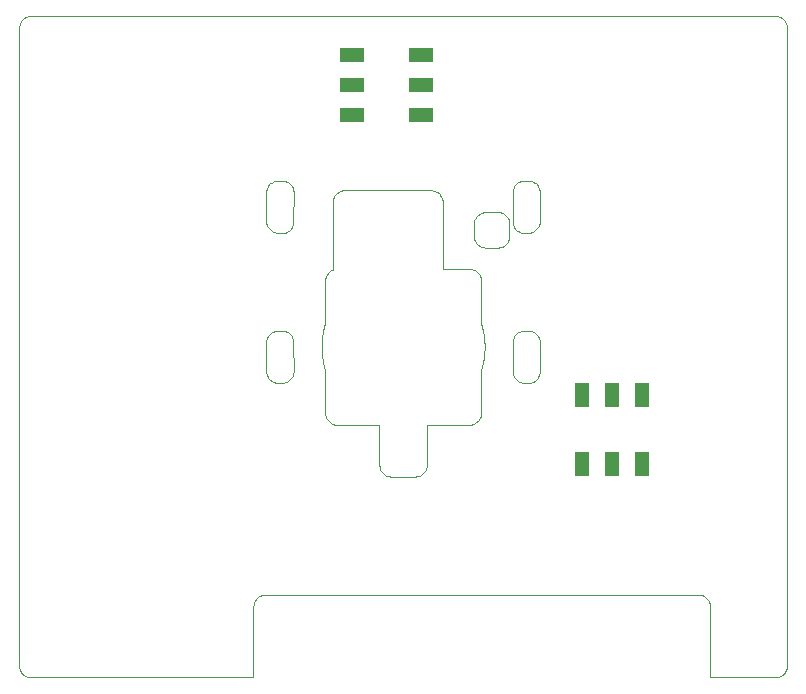
<source format=gbp>
G75*
%MOIN*%
%OFA0B0*%
%FSLAX25Y25*%
%IPPOS*%
%LPD*%
%AMOC8*
5,1,8,0,0,1.08239X$1,22.5*
%
%ADD10C,0.00004*%
%ADD11R,0.05000X0.08000*%
%ADD12R,0.08000X0.05000*%
D10*
X0003842Y0003667D02*
X0004027Y0003504D01*
X0004223Y0003352D01*
X0004428Y0003213D01*
X0004640Y0003087D01*
X0004861Y0002975D01*
X0005088Y0002877D01*
X0005320Y0002793D01*
X0005558Y0002724D01*
X0005799Y0002670D01*
X0006044Y0002631D01*
X0006290Y0002608D01*
X0006537Y0002600D01*
X0080693Y0002600D01*
X0080691Y0026222D01*
X0080696Y0026428D01*
X0080750Y0026906D01*
X0080863Y0027373D01*
X0081031Y0027823D01*
X0081253Y0028250D01*
X0081525Y0028646D01*
X0081844Y0029006D01*
X0082204Y0029324D01*
X0082600Y0029597D01*
X0083026Y0029819D01*
X0083477Y0029987D01*
X0083944Y0030099D01*
X0084422Y0030154D01*
X0228978Y0030159D01*
X0229389Y0030137D01*
X0229863Y0030058D01*
X0230324Y0029922D01*
X0230765Y0029730D01*
X0231180Y0029486D01*
X0231561Y0029193D01*
X0231904Y0028856D01*
X0232203Y0028480D01*
X0232454Y0028070D01*
X0232654Y0027633D01*
X0232798Y0027174D01*
X0232885Y0026702D01*
X0232915Y0026222D01*
X0232915Y0002600D01*
X0254569Y0002600D01*
X0254816Y0002608D01*
X0255062Y0002631D01*
X0255306Y0002670D01*
X0255548Y0002724D01*
X0255785Y0002793D01*
X0256018Y0002877D01*
X0256245Y0002975D01*
X0256465Y0003087D01*
X0256678Y0003213D01*
X0256883Y0003352D01*
X0257078Y0003504D01*
X0257263Y0003667D01*
X0257439Y0003842D01*
X0257602Y0004027D01*
X0257754Y0004223D01*
X0257893Y0004428D01*
X0258019Y0004640D01*
X0258131Y0004861D01*
X0258229Y0005088D01*
X0258313Y0005320D01*
X0258382Y0005558D01*
X0258436Y0005799D01*
X0258474Y0006044D01*
X0258498Y0006290D01*
X0258506Y0006537D01*
X0258506Y0219135D01*
X0258498Y0219383D01*
X0258474Y0219629D01*
X0258436Y0219873D01*
X0258382Y0220115D01*
X0258313Y0220352D01*
X0258229Y0220585D01*
X0258131Y0220812D01*
X0258019Y0221032D01*
X0257893Y0221245D01*
X0257754Y0221450D01*
X0257602Y0221645D01*
X0257439Y0221830D01*
X0257263Y0222006D01*
X0257078Y0222169D01*
X0256883Y0222320D01*
X0256678Y0222459D01*
X0256465Y0222585D01*
X0256245Y0222698D01*
X0256018Y0222796D01*
X0255785Y0222880D01*
X0255548Y0222949D01*
X0255306Y0223003D01*
X0255062Y0223041D01*
X0254816Y0223065D01*
X0254569Y0223072D01*
X0006537Y0223072D01*
X0006290Y0223065D01*
X0006044Y0223041D01*
X0005799Y0223003D01*
X0005558Y0222949D01*
X0005320Y0222880D01*
X0005088Y0222796D01*
X0004861Y0222698D01*
X0004640Y0222585D01*
X0004428Y0222459D01*
X0004223Y0222320D01*
X0004027Y0222169D01*
X0003842Y0222006D01*
X0003667Y0221830D01*
X0003504Y0221645D01*
X0003352Y0221450D01*
X0003213Y0221245D01*
X0003087Y0221032D01*
X0002975Y0220812D01*
X0002877Y0220585D01*
X0002793Y0220352D01*
X0002724Y0220115D01*
X0002670Y0219873D01*
X0002631Y0219629D01*
X0002608Y0219383D01*
X0002600Y0219135D01*
X0002600Y0006537D01*
X0002608Y0006290D01*
X0002631Y0006044D01*
X0002670Y0005799D01*
X0002724Y0005558D01*
X0002793Y0005320D01*
X0002877Y0005088D01*
X0002975Y0004861D01*
X0003087Y0004640D01*
X0003213Y0004428D01*
X0003352Y0004223D01*
X0003504Y0004027D01*
X0003667Y0003842D01*
X0003842Y0003667D01*
X0086336Y0101696D02*
X0085993Y0102033D01*
X0085694Y0102409D01*
X0085443Y0102819D01*
X0085243Y0103256D01*
X0085099Y0103715D01*
X0085011Y0104187D01*
X0084982Y0104667D01*
X0084984Y0114450D01*
X0085030Y0114928D01*
X0085135Y0115398D01*
X0085295Y0115851D01*
X0085509Y0116281D01*
X0085775Y0116682D01*
X0086087Y0117048D01*
X0086441Y0117372D01*
X0086833Y0117651D01*
X0087255Y0117881D01*
X0087702Y0118057D01*
X0088168Y0118177D01*
X0088644Y0118240D01*
X0090100Y0118250D01*
X0090306Y0118244D01*
X0090784Y0118190D01*
X0091251Y0118078D01*
X0091701Y0117909D01*
X0092128Y0117687D01*
X0092524Y0117415D01*
X0092884Y0117096D01*
X0093202Y0116736D01*
X0093475Y0116340D01*
X0093696Y0115914D01*
X0093865Y0115464D01*
X0093977Y0114996D01*
X0094031Y0114519D01*
X0094035Y0104530D01*
X0093989Y0104051D01*
X0093885Y0103582D01*
X0093724Y0103129D01*
X0093509Y0102698D01*
X0093244Y0102298D01*
X0092932Y0101932D01*
X0092578Y0101607D01*
X0092186Y0101328D01*
X0091764Y0101099D01*
X0091317Y0100923D01*
X0090851Y0100802D01*
X0090375Y0100740D01*
X0088919Y0100730D01*
X0088507Y0100752D01*
X0088033Y0100831D01*
X0087572Y0100967D01*
X0087131Y0101159D01*
X0086717Y0101403D01*
X0086336Y0101696D01*
X0104194Y0106264D02*
X0104083Y0106725D01*
X0103981Y0107188D01*
X0103887Y0107653D01*
X0103800Y0108119D01*
X0103722Y0108587D01*
X0103652Y0109056D01*
X0103590Y0109526D01*
X0103536Y0109996D01*
X0103491Y0110469D01*
X0103454Y0110941D01*
X0103425Y0111415D01*
X0103404Y0111888D01*
X0103391Y0112362D01*
X0103387Y0112836D01*
X0103391Y0113310D01*
X0103404Y0113784D01*
X0103425Y0114258D01*
X0103454Y0114731D01*
X0103491Y0115204D01*
X0103536Y0115676D01*
X0103590Y0116147D01*
X0103652Y0116617D01*
X0103722Y0117086D01*
X0103800Y0117554D01*
X0103887Y0118020D01*
X0103981Y0118484D01*
X0104083Y0118947D01*
X0104194Y0119408D01*
X0104313Y0119867D01*
X0104440Y0120324D01*
X0104570Y0120765D01*
X0104569Y0134883D01*
X0104574Y0135089D01*
X0104628Y0135567D01*
X0104741Y0136034D01*
X0104909Y0136485D01*
X0105131Y0136911D01*
X0105403Y0137307D01*
X0105722Y0137667D01*
X0106082Y0137986D01*
X0106478Y0138258D01*
X0106904Y0138480D01*
X0107133Y0138565D01*
X0107128Y0161065D01*
X0107133Y0161270D01*
X0107187Y0161748D01*
X0107300Y0162216D01*
X0107468Y0162666D01*
X0107690Y0163092D01*
X0107962Y0163488D01*
X0108281Y0163848D01*
X0108641Y0164167D01*
X0109037Y0164439D01*
X0109463Y0164661D01*
X0109913Y0164830D01*
X0110381Y0164942D01*
X0110859Y0164996D01*
X0139805Y0165002D01*
X0140216Y0164980D01*
X0140690Y0164901D01*
X0141151Y0164764D01*
X0141592Y0164572D01*
X0142006Y0164328D01*
X0142387Y0164036D01*
X0142730Y0163699D01*
X0143030Y0163323D01*
X0143281Y0162913D01*
X0143480Y0162476D01*
X0143625Y0162017D01*
X0143712Y0161544D01*
X0143742Y0161065D01*
X0143742Y0138819D01*
X0152600Y0138820D01*
X0153011Y0138799D01*
X0153485Y0138720D01*
X0153946Y0138583D01*
X0154387Y0138391D01*
X0154802Y0138147D01*
X0155183Y0137855D01*
X0155526Y0137518D01*
X0155825Y0137142D01*
X0156076Y0136732D01*
X0156276Y0136294D01*
X0156420Y0135836D01*
X0156507Y0135363D01*
X0156537Y0134883D01*
X0156537Y0120759D01*
X0156666Y0120324D01*
X0156793Y0119867D01*
X0156911Y0119408D01*
X0157022Y0118947D01*
X0157124Y0118484D01*
X0157219Y0118020D01*
X0157306Y0117554D01*
X0157383Y0117086D01*
X0157454Y0116617D01*
X0157516Y0116147D01*
X0157569Y0115676D01*
X0157615Y0115204D01*
X0157652Y0114731D01*
X0157681Y0114258D01*
X0157702Y0113784D01*
X0157714Y0113310D01*
X0157718Y0112836D01*
X0157714Y0112362D01*
X0157702Y0111888D01*
X0157681Y0111415D01*
X0157652Y0110941D01*
X0157615Y0110469D01*
X0157569Y0109996D01*
X0157516Y0109526D01*
X0157454Y0109056D01*
X0157383Y0108587D01*
X0157306Y0108119D01*
X0157219Y0107653D01*
X0157124Y0107188D01*
X0157022Y0106725D01*
X0156911Y0106264D01*
X0156793Y0105805D01*
X0156666Y0105348D01*
X0156537Y0104914D01*
X0156537Y0090789D01*
X0156531Y0090583D01*
X0156477Y0090106D01*
X0156365Y0089638D01*
X0156196Y0089188D01*
X0155975Y0088761D01*
X0155702Y0088365D01*
X0155384Y0088005D01*
X0155024Y0087687D01*
X0154628Y0087414D01*
X0154201Y0087193D01*
X0153751Y0087024D01*
X0153283Y0086912D01*
X0152806Y0086857D01*
X0138488Y0086856D01*
X0138427Y0086837D01*
X0138427Y0073466D01*
X0138421Y0073260D01*
X0138367Y0072783D01*
X0138255Y0072315D01*
X0138086Y0071865D01*
X0137865Y0071439D01*
X0137592Y0071043D01*
X0137274Y0070682D01*
X0136913Y0070364D01*
X0136517Y0070091D01*
X0136091Y0069870D01*
X0135641Y0069701D01*
X0135173Y0069589D01*
X0134696Y0069535D01*
X0126616Y0069529D01*
X0126410Y0069535D01*
X0125932Y0069589D01*
X0125465Y0069701D01*
X0125015Y0069870D01*
X0124588Y0070091D01*
X0124192Y0070364D01*
X0123832Y0070682D01*
X0123513Y0071043D01*
X0123241Y0071439D01*
X0123019Y0071865D01*
X0122851Y0072315D01*
X0122739Y0072783D01*
X0122684Y0073260D01*
X0122683Y0086836D01*
X0122624Y0086854D01*
X0108506Y0086852D01*
X0108300Y0086857D01*
X0107822Y0086912D01*
X0107355Y0087024D01*
X0106904Y0087193D01*
X0106478Y0087414D01*
X0106082Y0087687D01*
X0105722Y0088005D01*
X0105403Y0088365D01*
X0105131Y0088761D01*
X0104909Y0089188D01*
X0104741Y0089638D01*
X0104628Y0090106D01*
X0104574Y0090583D01*
X0104572Y0104901D01*
X0104440Y0105348D01*
X0104313Y0105805D01*
X0104194Y0106264D01*
X0091251Y0150902D02*
X0090784Y0150790D01*
X0090306Y0150735D01*
X0090100Y0150730D01*
X0088644Y0150739D01*
X0088168Y0150802D01*
X0087702Y0150923D01*
X0087255Y0151099D01*
X0086833Y0151328D01*
X0086441Y0151607D01*
X0086087Y0151932D01*
X0085775Y0152298D01*
X0085509Y0152698D01*
X0085295Y0153129D01*
X0085135Y0153582D01*
X0085030Y0154051D01*
X0084984Y0154530D01*
X0084982Y0164313D01*
X0085011Y0164792D01*
X0085099Y0165265D01*
X0085243Y0165723D01*
X0085443Y0166161D01*
X0085694Y0166570D01*
X0085993Y0166947D01*
X0086336Y0167284D01*
X0086717Y0167576D01*
X0087131Y0167820D01*
X0087572Y0168012D01*
X0088033Y0168148D01*
X0088507Y0168228D01*
X0088919Y0168250D01*
X0090375Y0168240D01*
X0090851Y0168177D01*
X0091317Y0168057D01*
X0091764Y0167881D01*
X0092186Y0167651D01*
X0092578Y0167372D01*
X0092932Y0167047D01*
X0093244Y0166682D01*
X0093509Y0166281D01*
X0093724Y0165851D01*
X0093885Y0165398D01*
X0093989Y0164928D01*
X0094035Y0164450D01*
X0094031Y0154461D01*
X0093977Y0153983D01*
X0093865Y0153516D01*
X0093696Y0153066D01*
X0093475Y0152639D01*
X0093202Y0152243D01*
X0092884Y0151883D01*
X0092524Y0151565D01*
X0092128Y0151292D01*
X0091701Y0151070D01*
X0091251Y0150902D01*
X0154180Y0149638D02*
X0154175Y0153781D01*
X0154180Y0153987D01*
X0154235Y0154465D01*
X0154347Y0154932D01*
X0154515Y0155382D01*
X0154737Y0155809D01*
X0155009Y0156205D01*
X0155328Y0156565D01*
X0155688Y0156883D01*
X0156084Y0157156D01*
X0156511Y0157378D01*
X0156961Y0157546D01*
X0157428Y0157658D01*
X0157906Y0157713D01*
X0162049Y0157718D01*
X0162460Y0157696D01*
X0162934Y0157617D01*
X0163395Y0157481D01*
X0163836Y0157289D01*
X0164250Y0157045D01*
X0164632Y0156752D01*
X0164974Y0156415D01*
X0165274Y0156039D01*
X0165525Y0155630D01*
X0165724Y0155192D01*
X0165869Y0154733D01*
X0165956Y0154261D01*
X0165986Y0153781D01*
X0165986Y0149844D01*
X0165980Y0149638D01*
X0165926Y0149160D01*
X0165814Y0148693D01*
X0165645Y0148243D01*
X0165424Y0147817D01*
X0165151Y0147420D01*
X0164833Y0147060D01*
X0164472Y0146742D01*
X0164076Y0146469D01*
X0163650Y0146248D01*
X0163200Y0146079D01*
X0162732Y0145967D01*
X0162255Y0145913D01*
X0158112Y0145907D01*
X0157906Y0145913D01*
X0157428Y0145967D01*
X0156961Y0146079D01*
X0156511Y0146248D01*
X0156084Y0146469D01*
X0155688Y0146742D01*
X0155328Y0147060D01*
X0155009Y0147420D01*
X0154737Y0147817D01*
X0154515Y0148243D01*
X0154347Y0148693D01*
X0154235Y0149160D01*
X0154180Y0149638D01*
X0167128Y0153983D02*
X0167074Y0154461D01*
X0167071Y0164450D01*
X0167117Y0164928D01*
X0167221Y0165398D01*
X0167381Y0165851D01*
X0167596Y0166281D01*
X0167861Y0166682D01*
X0168174Y0167047D01*
X0168528Y0167372D01*
X0168919Y0167651D01*
X0169342Y0167881D01*
X0169789Y0168057D01*
X0170254Y0168177D01*
X0170731Y0168240D01*
X0172187Y0168250D01*
X0172598Y0168228D01*
X0173072Y0168148D01*
X0173533Y0168012D01*
X0173974Y0167820D01*
X0174388Y0167576D01*
X0174769Y0167284D01*
X0175112Y0166947D01*
X0175411Y0166570D01*
X0175663Y0166161D01*
X0175862Y0165723D01*
X0176007Y0165265D01*
X0176094Y0164792D01*
X0176124Y0164313D01*
X0176121Y0154530D01*
X0176075Y0154051D01*
X0175971Y0153582D01*
X0175811Y0153129D01*
X0175596Y0152698D01*
X0175331Y0152298D01*
X0175019Y0151932D01*
X0174664Y0151607D01*
X0174273Y0151328D01*
X0173850Y0151099D01*
X0173403Y0150923D01*
X0172938Y0150802D01*
X0172461Y0150739D01*
X0171006Y0150730D01*
X0170800Y0150735D01*
X0170322Y0150790D01*
X0169854Y0150902D01*
X0169404Y0151070D01*
X0168978Y0151292D01*
X0168581Y0151565D01*
X0168222Y0151883D01*
X0167903Y0152243D01*
X0167631Y0152639D01*
X0167409Y0153066D01*
X0167241Y0153516D01*
X0167128Y0153983D01*
X0170800Y0118244D02*
X0171006Y0118250D01*
X0172461Y0118240D01*
X0172938Y0118177D01*
X0173403Y0118057D01*
X0173850Y0117881D01*
X0174273Y0117651D01*
X0174664Y0117372D01*
X0175019Y0117048D01*
X0175331Y0116682D01*
X0175596Y0116281D01*
X0175811Y0115851D01*
X0175971Y0115398D01*
X0176075Y0114928D01*
X0176121Y0114450D01*
X0176124Y0104667D01*
X0176094Y0104187D01*
X0176007Y0103715D01*
X0175862Y0103256D01*
X0175663Y0102819D01*
X0175411Y0102409D01*
X0175112Y0102033D01*
X0174769Y0101696D01*
X0174388Y0101403D01*
X0173974Y0101159D01*
X0173533Y0100967D01*
X0173072Y0100831D01*
X0172598Y0100752D01*
X0172187Y0100730D01*
X0170731Y0100740D01*
X0170254Y0100802D01*
X0169789Y0100923D01*
X0169342Y0101099D01*
X0168919Y0101328D01*
X0168528Y0101607D01*
X0168174Y0101932D01*
X0167861Y0102298D01*
X0167596Y0102698D01*
X0167381Y0103129D01*
X0167221Y0103582D01*
X0167117Y0104051D01*
X0167071Y0104530D01*
X0167074Y0114519D01*
X0167128Y0114996D01*
X0167241Y0115464D01*
X0167409Y0115914D01*
X0167631Y0116340D01*
X0167903Y0116736D01*
X0168222Y0117096D01*
X0168581Y0117415D01*
X0168978Y0117687D01*
X0169404Y0117909D01*
X0169854Y0118078D01*
X0170322Y0118190D01*
X0170800Y0118244D01*
D11*
X0190100Y0096600D03*
X0200100Y0096600D03*
X0210100Y0096600D03*
X0210100Y0073600D03*
X0200100Y0073600D03*
X0190100Y0073600D03*
D12*
X0136600Y0190100D03*
X0136600Y0200100D03*
X0136600Y0210100D03*
X0113600Y0210100D03*
X0113600Y0200100D03*
X0113600Y0190100D03*
M02*

</source>
